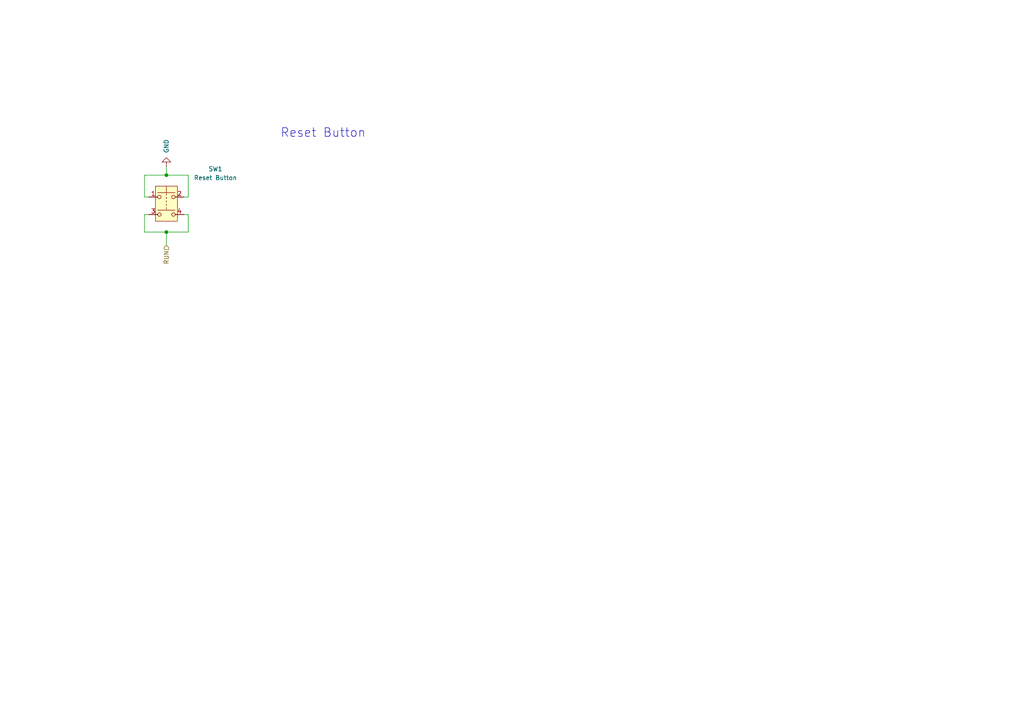
<source format=kicad_sch>
(kicad_sch (version 20231120) (generator "eeschema") (generator_version "8.0")
  (paper "A4")
  (title_block (title "FRANK2") (date "2024-11-21") (rev "1.0") (company "Mikhail Matveev") (comment 1 "https://github.com/xtremespb/frank2"))
  (lib_symbols
    (symbol "GND_1" (power) (pin_numbers hide) (pin_names (offset 0) hide)
      (property "Value" "GND" (at 0 -3.81 0))
      (symbol "GND_1_0_1"
        (polyline (pts (xy 0 0) (xy 0 -1.27) (xy 1.27 -1.27) (xy 0 -2.54) (xy -1.27 -1.27) (xy 0 -1.27)))
      )
      (symbol "GND_1_1_1"
        (pin power_in line (at 0 0 270) (length 0) (name "~") (number "1"))
      )
    )
    (symbol "Switch:SW_Push_Dual" (pin_names (offset 1.016) hide)
      (property "Reference" "SW" (at 0 7.62 0))
      (property "Value" "SW_Push_Dual" (at 0 -6.35 0))
      (symbol "SW_Push_Dual_0_1"
        (circle (center -2.032 -2.54) (radius 0.508))
        (circle (center -2.032 2.54) (radius 0.508))
        (polyline (pts (xy 0 -0.508) (xy 0 -1.016)))
        (polyline (pts (xy 0 0.508) (xy 0 0)))
        (polyline (pts (xy 0 1.016) (xy 0 1.524)))
        (polyline (pts (xy 0 2.032) (xy 0 2.54)))
        (polyline (pts (xy 0 3.048) (xy 0 3.556)))
        (polyline (pts (xy 0 3.81) (xy 0 5.588)))
        (polyline (pts (xy 2.54 -1.27) (xy -2.54 -1.27)))
        (polyline (pts (xy 2.54 3.81) (xy -2.54 3.81)))
        (circle (center 2.032 -2.54) (radius 0.508))
        (circle (center 2.032 2.54) (radius 0.508))
        (pin passive line (at -5.08 2.54 0) (length 2.54) (name "1") (number "1"))
        (pin passive line (at 5.08 2.54 180) (length 2.54) (name "2") (number "2"))
        (pin passive line (at -5.08 -2.54 0) (length 2.54) (name "3") (number "3"))
        (pin passive line (at 5.08 -2.54 180) (length 2.54) (name "4") (number "4"))
      )
      (symbol "SW_Push_Dual_1_1"
        (rectangle (start -3.175 5.715) (end 3.175 -4.445) (fill (type background)))
      )
    )
  )
  (junction (at 48.26 50.8))
  (junction (at 48.26 67.31))
  (wire (pts (xy 41.91 62.23) (xy 43.18 62.23)))
  (wire (pts (xy 41.91 50.8) (xy 48.26 50.8)))
  (wire (pts (xy 41.91 50.8) (xy 41.91 57.15)))
  (wire (pts (xy 48.26 67.31) (xy 54.61 67.31)))
  (wire (pts (xy 41.91 67.31) (xy 48.26 67.31)))
  (wire (pts (xy 54.61 67.31) (xy 54.61 62.23)))
  (wire (pts (xy 48.26 48.26) (xy 48.26 50.8)))
  (wire (pts (xy 53.34 57.15) (xy 54.61 57.15)))
  (wire (pts (xy 54.61 50.8) (xy 54.61 57.15)))
  (wire (pts (xy 48.26 67.31) (xy 48.26 71.12)))
  (wire (pts (xy 41.91 67.31) (xy 41.91 62.23)))
  (wire (pts (xy 41.91 57.15) (xy 43.18 57.15)))
  (wire (pts (xy 48.26 50.8) (xy 54.61 50.8)))
  (wire (pts (xy 53.34 62.23) (xy 54.61 62.23)))
  (text "Reset Button" (at 81.28 40.132 0) (effects (font (size 2.54 2.54)) (justify left bottom)))
  (hierarchical_label "RUN" (shape input) (at 48.26 71.12 270))
  (symbol (lib_id "Switch:SW_Push_Dual") (at 48.26 59.69 0) (unit 1)
    (property "Reference" "SW1" (at 62.484 49.022 0))
    (property "Value" "Reset Button" (at 62.484 51.562 0))
    (property "Footprint" "LIBS:Button_SMD_3x3x2" (effects (hide yes)))
    (property "Description" "Push button switch, generic, symbol, four pins" (effects (hide yes)))
  )
  (symbol (lib_name "GND_1") (lib_id "power:GND") (at 48.26 48.26 180) (unit 1)
    (property "Reference" "#PWR029" (effects (hide yes)))
    (property "Value" "GND" (at 48.2601 44.45 90) (effects (justify right)))
    (property "Description" "Power symbol creates a global label with name \"GND\" , ground" (effects (hide yes)))
  )
)
</source>
